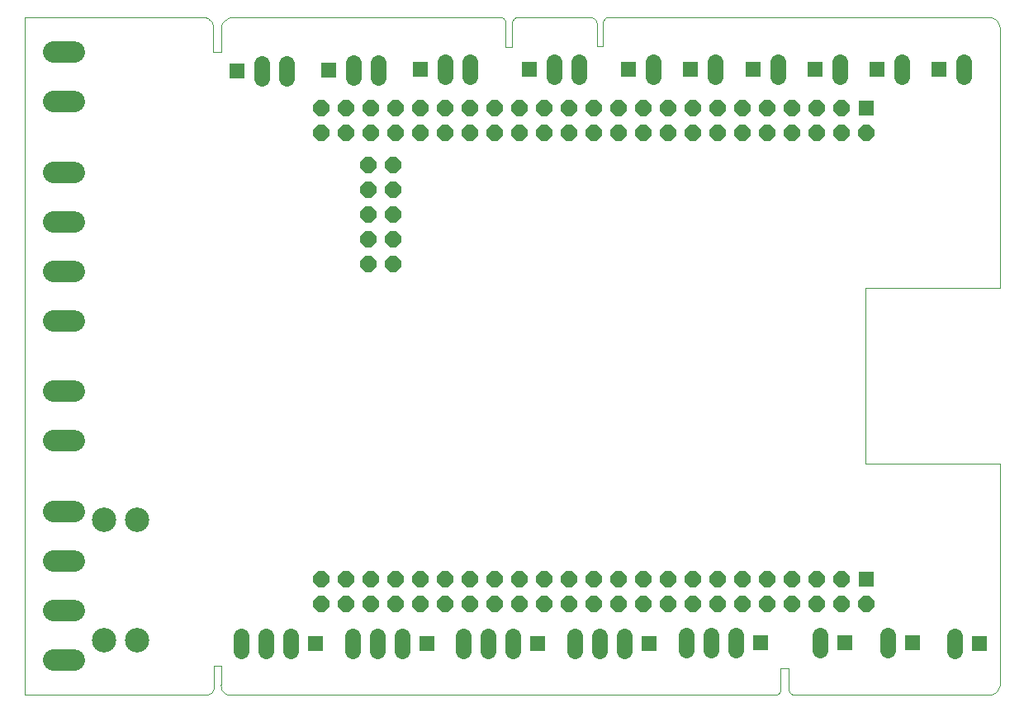
<source format=gbs>
G75*
%MOIN*%
%OFA0B0*%
%FSLAX24Y24*%
%IPPOS*%
%LPD*%
%AMOC8*
5,1,8,0,0,1.08239X$1,22.5*
%
%ADD10C,0.0000*%
%ADD11R,0.0640X0.0640*%
%ADD12C,0.0640*%
%ADD13C,0.0865*%
%ADD14OC8,0.0640*%
%ADD15C,0.0985*%
D10*
X002484Y003433D02*
X009806Y003433D01*
X009807Y003433D02*
X009841Y003436D01*
X009875Y003443D01*
X009909Y003454D01*
X009941Y003467D01*
X009971Y003484D01*
X010000Y003503D01*
X010027Y003525D01*
X010052Y003550D01*
X010073Y003577D01*
X010093Y003606D01*
X010109Y003637D01*
X010122Y003670D01*
X010132Y003703D01*
X010138Y003737D01*
X010142Y003772D01*
X010141Y003807D01*
X010141Y004614D01*
X010417Y004614D01*
X010417Y003846D01*
X010416Y003847D02*
X010415Y003809D01*
X010418Y003771D01*
X010424Y003734D01*
X010434Y003697D01*
X010448Y003662D01*
X010464Y003628D01*
X010485Y003596D01*
X010508Y003566D01*
X010534Y003539D01*
X010562Y003514D01*
X010593Y003492D01*
X010626Y003474D01*
X010660Y003458D01*
X010696Y003446D01*
X010733Y003438D01*
X010770Y003433D01*
X010771Y003433D02*
X032779Y003433D01*
X032808Y003436D01*
X032837Y003443D01*
X032865Y003453D01*
X032892Y003466D01*
X032917Y003482D01*
X032939Y003502D01*
X032960Y003523D01*
X032977Y003547D01*
X032991Y003573D01*
X033002Y003601D01*
X033010Y003630D01*
X033014Y003659D01*
X033015Y003689D01*
X033015Y004516D01*
X033330Y004516D01*
X033330Y003689D01*
X033331Y003659D01*
X033335Y003630D01*
X033343Y003601D01*
X033354Y003573D01*
X033368Y003547D01*
X033385Y003523D01*
X033406Y003502D01*
X033428Y003482D01*
X033453Y003466D01*
X033480Y003453D01*
X033508Y003443D01*
X033537Y003436D01*
X033566Y003433D01*
X041361Y003433D01*
X041402Y003432D01*
X041442Y003435D01*
X041482Y003441D01*
X041522Y003451D01*
X041560Y003464D01*
X041597Y003480D01*
X041632Y003500D01*
X041666Y003522D01*
X041698Y003548D01*
X041727Y003576D01*
X041753Y003606D01*
X041777Y003639D01*
X041798Y003674D01*
X041816Y003710D01*
X041831Y003748D01*
X041842Y003786D01*
X041850Y003826D01*
X041854Y003866D01*
X041854Y012783D01*
X036417Y012783D01*
X036417Y019870D01*
X041854Y019870D01*
X041854Y030402D01*
X041854Y030401D02*
X041849Y030441D01*
X041841Y030480D01*
X041829Y030519D01*
X041814Y030556D01*
X041796Y030592D01*
X041775Y030626D01*
X041751Y030658D01*
X041724Y030688D01*
X041695Y030715D01*
X041664Y030740D01*
X041630Y030762D01*
X041595Y030781D01*
X041558Y030796D01*
X041520Y030809D01*
X041481Y030818D01*
X041442Y030824D01*
X041402Y030826D01*
X041362Y030825D01*
X041361Y030825D02*
X026056Y030825D01*
X026028Y030820D01*
X026000Y030812D01*
X025973Y030800D01*
X025947Y030786D01*
X025924Y030768D01*
X025903Y030748D01*
X025885Y030725D01*
X025869Y030701D01*
X025856Y030674D01*
X025847Y030646D01*
X025841Y030618D01*
X025839Y030589D01*
X025840Y030559D01*
X025840Y029634D01*
X025584Y029634D01*
X025584Y030539D01*
X025585Y030570D01*
X025582Y030601D01*
X025575Y030631D01*
X025564Y030661D01*
X025550Y030688D01*
X025533Y030714D01*
X025513Y030738D01*
X025490Y030759D01*
X025465Y030777D01*
X025437Y030792D01*
X025408Y030803D01*
X025378Y030811D01*
X025348Y030815D01*
X022365Y030815D01*
X022366Y030815D02*
X022338Y030808D01*
X022310Y030798D01*
X022285Y030785D01*
X022261Y030769D01*
X022239Y030751D01*
X022219Y030729D01*
X022202Y030706D01*
X022189Y030681D01*
X022178Y030654D01*
X022171Y030626D01*
X022167Y030597D01*
X022166Y030568D01*
X022169Y030540D01*
X022169Y030539D02*
X022169Y029614D01*
X021913Y029614D01*
X021913Y030539D01*
X021912Y030540D02*
X021915Y030568D01*
X021914Y030597D01*
X021910Y030626D01*
X021903Y030654D01*
X021892Y030681D01*
X021879Y030706D01*
X021862Y030729D01*
X021842Y030751D01*
X021820Y030769D01*
X021796Y030785D01*
X021771Y030798D01*
X021743Y030808D01*
X021715Y030815D01*
X021716Y030815D02*
X010889Y030815D01*
X010848Y030813D01*
X010807Y030808D01*
X010767Y030799D01*
X010728Y030787D01*
X010690Y030771D01*
X010653Y030752D01*
X010618Y030730D01*
X010586Y030705D01*
X010555Y030677D01*
X010527Y030646D01*
X010502Y030614D01*
X010480Y030579D01*
X010461Y030542D01*
X010445Y030504D01*
X010433Y030465D01*
X010424Y030425D01*
X010419Y030384D01*
X010417Y030343D01*
X010417Y029398D01*
X010102Y029398D01*
X010102Y030343D01*
X010105Y030382D01*
X010104Y030421D01*
X010100Y030459D01*
X010093Y030498D01*
X010082Y030535D01*
X010067Y030571D01*
X010050Y030606D01*
X010029Y030639D01*
X010005Y030670D01*
X009978Y030698D01*
X009949Y030724D01*
X009918Y030747D01*
X009885Y030768D01*
X009850Y030785D01*
X009813Y030798D01*
X009776Y030809D01*
X009737Y030816D01*
X009737Y030815D02*
X002484Y030815D01*
X002484Y003433D01*
D11*
X014239Y005500D03*
X018728Y005500D03*
X023216Y005500D03*
X027704Y005500D03*
X032192Y005539D03*
X035602Y005539D03*
X038318Y005539D03*
X041035Y005500D03*
X036466Y008116D03*
X036466Y027161D03*
X036905Y028709D03*
X039415Y028709D03*
X034395Y028709D03*
X031885Y028709D03*
X029375Y028709D03*
X026865Y028709D03*
X022871Y028709D03*
X018472Y028709D03*
X014751Y028669D03*
X011070Y028650D03*
D12*
X012070Y028950D02*
X012070Y028350D01*
X013070Y028350D02*
X013070Y028950D01*
X015751Y028969D02*
X015751Y028369D01*
X016751Y028369D02*
X016751Y028969D01*
X019472Y029009D02*
X019472Y028409D01*
X020472Y028409D02*
X020472Y029009D01*
X023871Y029009D02*
X023871Y028409D01*
X024871Y028409D02*
X024871Y029009D01*
X027865Y029009D02*
X027865Y028409D01*
X030375Y028409D02*
X030375Y029009D01*
X032885Y029009D02*
X032885Y028409D01*
X035395Y028409D02*
X035395Y029009D01*
X037905Y029009D02*
X037905Y028409D01*
X040415Y028409D02*
X040415Y029009D01*
X037318Y005839D02*
X037318Y005239D01*
X034602Y005239D02*
X034602Y005839D01*
X031192Y005839D02*
X031192Y005239D01*
X030192Y005239D02*
X030192Y005839D01*
X029192Y005839D02*
X029192Y005239D01*
X026704Y005200D02*
X026704Y005800D01*
X025704Y005800D02*
X025704Y005200D01*
X024704Y005200D02*
X024704Y005800D01*
X022216Y005800D02*
X022216Y005200D01*
X021216Y005200D02*
X021216Y005800D01*
X020216Y005800D02*
X020216Y005200D01*
X017728Y005200D02*
X017728Y005800D01*
X016728Y005800D02*
X016728Y005200D01*
X015728Y005200D02*
X015728Y005800D01*
X013239Y005800D02*
X013239Y005200D01*
X012239Y005200D02*
X012239Y005800D01*
X011239Y005800D02*
X011239Y005200D01*
X040035Y005200D02*
X040035Y005800D01*
D13*
X004493Y004862D02*
X003668Y004862D01*
X003668Y006862D02*
X004493Y006862D01*
X004493Y008862D02*
X003668Y008862D01*
X003668Y010862D02*
X004493Y010862D01*
X004493Y013713D02*
X003668Y013713D01*
X003668Y015713D02*
X004493Y015713D01*
X004493Y018563D02*
X003668Y018563D01*
X003668Y020563D02*
X004493Y020563D01*
X004493Y022563D02*
X003668Y022563D01*
X003668Y024563D02*
X004493Y024563D01*
X004493Y027413D02*
X003668Y027413D01*
X003668Y029413D02*
X004493Y029413D01*
D14*
X014466Y027161D03*
X015466Y027161D03*
X015466Y026161D03*
X014466Y026161D03*
X016373Y024862D03*
X016373Y023862D03*
X016373Y022862D03*
X016373Y021862D03*
X016373Y020862D03*
X017373Y020862D03*
X017373Y021862D03*
X017373Y022862D03*
X017373Y023862D03*
X017373Y024862D03*
X017466Y026161D03*
X018466Y026161D03*
X019466Y026161D03*
X020466Y026161D03*
X021466Y026161D03*
X022466Y026161D03*
X023466Y026161D03*
X024466Y026161D03*
X025466Y026161D03*
X026466Y026161D03*
X027466Y026161D03*
X028466Y026161D03*
X029466Y026161D03*
X030466Y026161D03*
X031466Y026161D03*
X032466Y026161D03*
X033466Y026161D03*
X034466Y026161D03*
X035466Y026161D03*
X036466Y026161D03*
X035466Y027161D03*
X034466Y027161D03*
X033466Y027161D03*
X032466Y027161D03*
X031466Y027161D03*
X030466Y027161D03*
X029466Y027161D03*
X028466Y027161D03*
X027466Y027161D03*
X026466Y027161D03*
X025466Y027161D03*
X024466Y027161D03*
X023466Y027161D03*
X022466Y027161D03*
X021466Y027161D03*
X020466Y027161D03*
X019466Y027161D03*
X018466Y027161D03*
X017466Y027161D03*
X016466Y027161D03*
X016466Y026161D03*
X016466Y008116D03*
X017466Y008116D03*
X018466Y008116D03*
X019466Y008116D03*
X020466Y008116D03*
X021466Y008116D03*
X022466Y008116D03*
X023466Y008116D03*
X024466Y008116D03*
X025466Y008116D03*
X026466Y008116D03*
X027466Y008116D03*
X028466Y008116D03*
X029466Y008116D03*
X030466Y008116D03*
X031466Y008116D03*
X032466Y008116D03*
X033466Y008116D03*
X034466Y008116D03*
X035466Y008116D03*
X035466Y007116D03*
X036466Y007116D03*
X034466Y007116D03*
X033466Y007116D03*
X032466Y007116D03*
X031466Y007116D03*
X030466Y007116D03*
X029466Y007116D03*
X028466Y007116D03*
X027466Y007116D03*
X026466Y007116D03*
X025466Y007116D03*
X024466Y007116D03*
X023466Y007116D03*
X022466Y007116D03*
X021466Y007116D03*
X020466Y007116D03*
X019466Y007116D03*
X018466Y007116D03*
X017466Y007116D03*
X016466Y007116D03*
X015466Y007116D03*
X014466Y007116D03*
X014466Y008116D03*
X015466Y008116D03*
D15*
X007031Y010520D03*
X005692Y010520D03*
X005692Y005638D03*
X007031Y005638D03*
M02*

</source>
